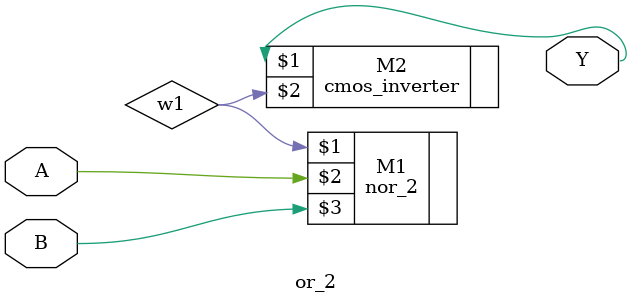
<source format=v>
module or_2 (Y, A, B);
	output Y;
	input A, B;
	wire w1;

	nor_2 M1 (w1, A, B);
	cmos_inverter M2 (Y, w1);
endmodule

</source>
